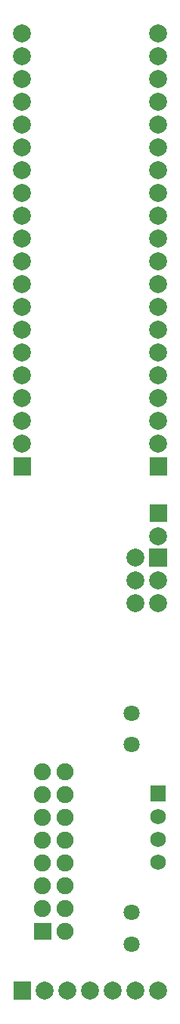
<source format=gbs>
G04 Layer: BottomSolderMaskLayer*
G04 EasyEDA v6.4.19.5, 2021-06-09T13:24:33+02:00*
G04 4d0a35ba0e1948c19c820806b4e2a2d6,fb9c11b3819f4bbabdc06984e21ef5f2,10*
G04 Gerber Generator version 0.2*
G04 Scale: 100 percent, Rotated: No, Reflected: No *
G04 Dimensions in millimeters *
G04 leading zeros omitted , absolute positions ,4 integer and 5 decimal *
%FSLAX45Y45*%
%MOMM*%

%ADD38C,2.0032*%
%ADD46C,1.8032*%
%ADD48C,1.9032*%
%ADD50C,1.7272*%

%LPD*%
G36*
X27939Y-10895076D02*
G01*
X27939Y-10694924D01*
X228092Y-10694924D01*
X228092Y-10895076D01*
G37*
D38*
G01*
X381990Y-10794974D03*
G01*
X635990Y-10794974D03*
G01*
X889990Y-10794974D03*
G01*
X1143990Y-10794974D03*
G01*
X1397990Y-10794974D03*
G01*
X1651990Y-10794974D03*
G01*
X1393012Y-6479006D03*
G01*
X1647012Y-6479006D03*
G01*
X1393012Y-6225006D03*
G01*
X1647012Y-6225006D03*
G01*
X1393012Y-5971006D03*
G36*
X1546860Y-6071107D02*
G01*
X1546860Y-5870955D01*
X1747265Y-5870955D01*
X1747265Y-6071107D01*
G37*
G01*
X1651000Y-5727700D03*
G36*
X1550923Y-5573776D02*
G01*
X1550923Y-5373623D01*
X1751076Y-5373623D01*
X1751076Y-5573776D01*
G37*
D46*
G01*
X1350010Y-8055000D03*
G01*
X1350010Y-7704988D03*
G01*
X1354988Y-9924973D03*
G01*
X1354988Y-10274985D03*
D38*
G01*
X127000Y-127000D03*
G01*
X127000Y-381000D03*
G01*
X127000Y-635000D03*
G01*
X127000Y-889000D03*
G01*
X127000Y-1143000D03*
G01*
X127000Y-1397000D03*
G01*
X127000Y-1651000D03*
G01*
X127000Y-1905000D03*
G01*
X127000Y-2159000D03*
G01*
X127000Y-2413000D03*
G01*
X127000Y-2667000D03*
G01*
X127000Y-2921000D03*
G01*
X127000Y-3175000D03*
G01*
X127000Y-3429000D03*
G01*
X127000Y-3683000D03*
G01*
X127000Y-3937000D03*
G01*
X127000Y-4191000D03*
G01*
X127000Y-4445000D03*
G01*
X127000Y-4699000D03*
G36*
X26923Y-5053076D02*
G01*
X26923Y-4852923D01*
X227076Y-4852923D01*
X227076Y-5053076D01*
G37*
G01*
X1651000Y-127000D03*
G01*
X1651000Y-381000D03*
G01*
X1651000Y-635000D03*
G01*
X1651000Y-889000D03*
G01*
X1651000Y-1143000D03*
G01*
X1651000Y-1397000D03*
G01*
X1651000Y-1651000D03*
G01*
X1651000Y-1905000D03*
G01*
X1651000Y-2159000D03*
G01*
X1651000Y-2413000D03*
G01*
X1651000Y-2667000D03*
G01*
X1651000Y-2921000D03*
G01*
X1651000Y-3175000D03*
G01*
X1651000Y-3429000D03*
G01*
X1651000Y-3683000D03*
G01*
X1651000Y-3937000D03*
G01*
X1651000Y-4191000D03*
G01*
X1651000Y-4445000D03*
G01*
X1651000Y-4699000D03*
G36*
X1550923Y-5053076D02*
G01*
X1550923Y-4852923D01*
X1751076Y-4852923D01*
X1751076Y-5053076D01*
G37*
G36*
X260350Y-10229850D02*
G01*
X260350Y-10039350D01*
X450850Y-10039350D01*
X450850Y-10229850D01*
G37*
D48*
G01*
X609600Y-10134600D03*
G01*
X355600Y-9880600D03*
G01*
X609600Y-9880600D03*
G01*
X355600Y-9626600D03*
G01*
X609600Y-9626600D03*
G01*
X355600Y-9372600D03*
G01*
X609600Y-9372600D03*
G01*
X355600Y-9118600D03*
G01*
X609600Y-9118600D03*
G01*
X355600Y-8864600D03*
G01*
X609600Y-8864600D03*
G01*
X355600Y-8610600D03*
G01*
X609600Y-8610600D03*
G01*
X355600Y-8356600D03*
G01*
X609600Y-8356600D03*
G36*
X1563623Y-8685276D02*
G01*
X1563623Y-8512555D01*
X1736344Y-8512555D01*
X1736344Y-8685276D01*
G37*
D50*
G01*
X1650009Y-8852992D03*
G01*
X1650009Y-9106992D03*
G01*
X1650009Y-9360992D03*
M02*

</source>
